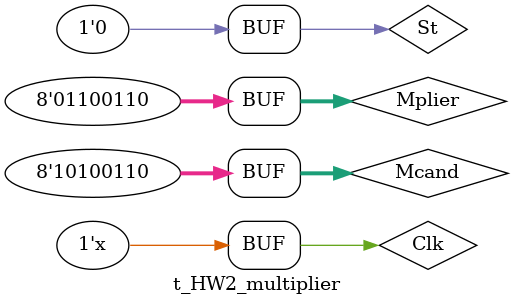
<source format=v>
module t_HW2_multiplier();
	reg [7:0] Mcandtmp[1:2];
	reg [7:0] Mpliertmp[1:2];
	reg Clk;
	reg St;
	reg[7:0] Mplier;
	reg[7:0] Mcand;
	wire[15:0] Product;
	wire Done;
	integer i;

	initial begin
	St <=1 ;
	Clk = 1'b1;
	Mcand<=8'b11110111;
	Mplier<=8'b11110011;
	#100 St<=0;
	
	#500 Mcand<=8'b01100110;
		   Mplier<=8'b00110011;
		   St<=1;
	#100 St<=0;
	#500 Mcand<=8'b10100110;
		   Mplier<=8'b01100110;
		   St<=1;
	#100 St<=0;
	
	end

	

	always 
	begin 
		#10 Clk<=~Clk;
	end

	
	
HW2_multiplier H1(Clk, St, Mplier, Mcand, Product, Done);
	
endmodule

		
</source>
